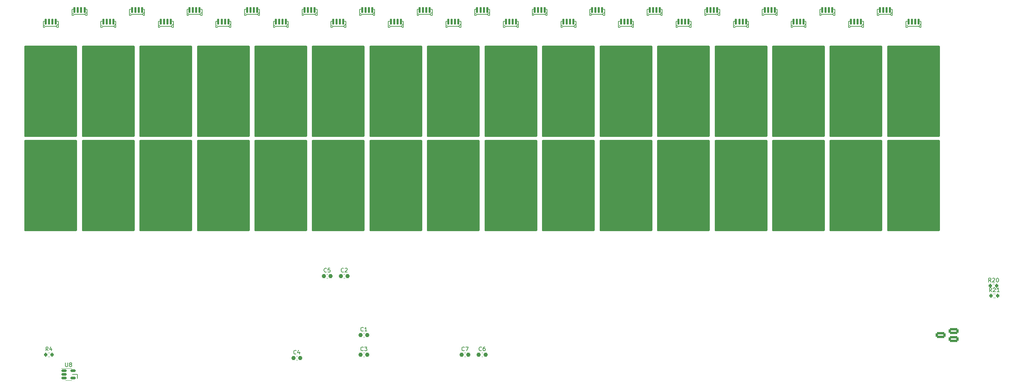
<source format=gto>
%TF.GenerationSoftware,KiCad,Pcbnew,(6.0.7)*%
%TF.CreationDate,2023-08-09T20:53:38+08:00*%
%TF.ProjectId,chu_main,6368755f-6d61-4696-9e2e-6b696361645f,rev?*%
%TF.SameCoordinates,Original*%
%TF.FileFunction,Legend,Top*%
%TF.FilePolarity,Positive*%
%FSLAX46Y46*%
G04 Gerber Fmt 4.6, Leading zero omitted, Abs format (unit mm)*
G04 Created by KiCad (PCBNEW (6.0.7)) date 2023-08-09 20:53:38*
%MOMM*%
%LPD*%
G01*
G04 APERTURE LIST*
G04 Aperture macros list*
%AMRoundRect*
0 Rectangle with rounded corners*
0 $1 Rounding radius*
0 $2 $3 $4 $5 $6 $7 $8 $9 X,Y pos of 4 corners*
0 Add a 4 corners polygon primitive as box body*
4,1,4,$2,$3,$4,$5,$6,$7,$8,$9,$2,$3,0*
0 Add four circle primitives for the rounded corners*
1,1,$1+$1,$2,$3*
1,1,$1+$1,$4,$5*
1,1,$1+$1,$6,$7*
1,1,$1+$1,$8,$9*
0 Add four rect primitives between the rounded corners*
20,1,$1+$1,$2,$3,$4,$5,0*
20,1,$1+$1,$4,$5,$6,$7,0*
20,1,$1+$1,$6,$7,$8,$9,0*
20,1,$1+$1,$8,$9,$2,$3,0*%
%AMHorizOval*
0 Thick line with rounded ends*
0 $1 width*
0 $2 $3 position (X,Y) of the first rounded end (center of the circle)*
0 $4 $5 position (X,Y) of the second rounded end (center of the circle)*
0 Add line between two ends*
20,1,$1,$2,$3,$4,$5,0*
0 Add two circle primitives to create the rounded ends*
1,1,$1,$2,$3*
1,1,$1,$4,$5*%
G04 Aperture macros list end*
%ADD10C,0.150000*%
%ADD11C,0.120000*%
%ADD12C,0.200000*%
%ADD13RoundRect,0.257692X6.442308X11.342308X-6.442308X11.342308X-6.442308X-11.342308X6.442308X-11.342308X0*%
%ADD14RoundRect,0.257692X-6.442308X-11.342308X6.442308X-11.342308X6.442308X11.342308X-6.442308X11.342308X0*%
%ADD15RoundRect,0.110000X0.110000X0.640000X-0.110000X0.640000X-0.110000X-0.640000X0.110000X-0.640000X0*%
%ADD16O,2.000000X2.000000*%
%ADD17RoundRect,0.200000X-0.200000X-0.275000X0.200000X-0.275000X0.200000X0.275000X-0.200000X0.275000X0*%
%ADD18RoundRect,0.237500X-0.300000X-0.237500X0.300000X-0.237500X0.300000X0.237500X-0.300000X0.237500X0*%
%ADD19C,3.200000*%
%ADD20RoundRect,0.150000X-0.512500X-0.150000X0.512500X-0.150000X0.512500X0.150000X-0.512500X0.150000X0*%
%ADD21O,1.700000X1.700000*%
%ADD22R,1.700000X1.700000*%
%ADD23C,0.650000*%
%ADD24HorizOval,1.000000X-0.516831X-0.188111X0.516831X0.188111X0*%
%ADD25HorizOval,1.000000X-0.281908X-0.102606X0.281908X0.102606X0*%
%ADD26RoundRect,0.300000X0.950000X-0.450000X0.950000X0.450000X-0.950000X0.450000X-0.950000X-0.450000X0*%
G04 APERTURE END LIST*
D10*
%TO.C,R20*%
X343353142Y-128606380D02*
X343019809Y-128130190D01*
X342781714Y-128606380D02*
X342781714Y-127606380D01*
X343162666Y-127606380D01*
X343257904Y-127654000D01*
X343305523Y-127701619D01*
X343353142Y-127796857D01*
X343353142Y-127939714D01*
X343305523Y-128034952D01*
X343257904Y-128082571D01*
X343162666Y-128130190D01*
X342781714Y-128130190D01*
X343734095Y-127701619D02*
X343781714Y-127654000D01*
X343876952Y-127606380D01*
X344115047Y-127606380D01*
X344210285Y-127654000D01*
X344257904Y-127701619D01*
X344305523Y-127796857D01*
X344305523Y-127892095D01*
X344257904Y-128034952D01*
X343686476Y-128606380D01*
X344305523Y-128606380D01*
X344924571Y-127606380D02*
X345019809Y-127606380D01*
X345115047Y-127654000D01*
X345162666Y-127701619D01*
X345210285Y-127796857D01*
X345257904Y-127987333D01*
X345257904Y-128225428D01*
X345210285Y-128415904D01*
X345162666Y-128511142D01*
X345115047Y-128558761D01*
X345019809Y-128606380D01*
X344924571Y-128606380D01*
X344829333Y-128558761D01*
X344781714Y-128511142D01*
X344734095Y-128415904D01*
X344686476Y-128225428D01*
X344686476Y-127987333D01*
X344734095Y-127796857D01*
X344781714Y-127701619D01*
X344829333Y-127654000D01*
X344924571Y-127606380D01*
%TO.C,R4*%
X104029333Y-146096380D02*
X103696000Y-145620190D01*
X103457904Y-146096380D02*
X103457904Y-145096380D01*
X103838857Y-145096380D01*
X103934095Y-145144000D01*
X103981714Y-145191619D01*
X104029333Y-145286857D01*
X104029333Y-145429714D01*
X103981714Y-145524952D01*
X103934095Y-145572571D01*
X103838857Y-145620190D01*
X103457904Y-145620190D01*
X104886476Y-145429714D02*
X104886476Y-146096380D01*
X104648380Y-145048761D02*
X104410285Y-145763047D01*
X105029333Y-145763047D01*
%TO.C,C2*%
X179029333Y-126001142D02*
X178981714Y-126048761D01*
X178838857Y-126096380D01*
X178743619Y-126096380D01*
X178600761Y-126048761D01*
X178505523Y-125953523D01*
X178457904Y-125858285D01*
X178410285Y-125667809D01*
X178410285Y-125524952D01*
X178457904Y-125334476D01*
X178505523Y-125239238D01*
X178600761Y-125144000D01*
X178743619Y-125096380D01*
X178838857Y-125096380D01*
X178981714Y-125144000D01*
X179029333Y-125191619D01*
X179410285Y-125191619D02*
X179457904Y-125144000D01*
X179553142Y-125096380D01*
X179791238Y-125096380D01*
X179886476Y-125144000D01*
X179934095Y-125191619D01*
X179981714Y-125286857D01*
X179981714Y-125382095D01*
X179934095Y-125524952D01*
X179362666Y-126096380D01*
X179981714Y-126096380D01*
%TO.C,C4*%
X166989333Y-146851142D02*
X166941714Y-146898761D01*
X166798857Y-146946380D01*
X166703619Y-146946380D01*
X166560761Y-146898761D01*
X166465523Y-146803523D01*
X166417904Y-146708285D01*
X166370285Y-146517809D01*
X166370285Y-146374952D01*
X166417904Y-146184476D01*
X166465523Y-146089238D01*
X166560761Y-145994000D01*
X166703619Y-145946380D01*
X166798857Y-145946380D01*
X166941714Y-145994000D01*
X166989333Y-146041619D01*
X167846476Y-146279714D02*
X167846476Y-146946380D01*
X167608380Y-145898761D02*
X167370285Y-146613047D01*
X167989333Y-146613047D01*
%TO.C,C3*%
X184029333Y-146001142D02*
X183981714Y-146048761D01*
X183838857Y-146096380D01*
X183743619Y-146096380D01*
X183600761Y-146048761D01*
X183505523Y-145953523D01*
X183457904Y-145858285D01*
X183410285Y-145667809D01*
X183410285Y-145524952D01*
X183457904Y-145334476D01*
X183505523Y-145239238D01*
X183600761Y-145144000D01*
X183743619Y-145096380D01*
X183838857Y-145096380D01*
X183981714Y-145144000D01*
X184029333Y-145191619D01*
X184362666Y-145096380D02*
X184981714Y-145096380D01*
X184648380Y-145477333D01*
X184791238Y-145477333D01*
X184886476Y-145524952D01*
X184934095Y-145572571D01*
X184981714Y-145667809D01*
X184981714Y-145905904D01*
X184934095Y-146001142D01*
X184886476Y-146048761D01*
X184791238Y-146096380D01*
X184505523Y-146096380D01*
X184410285Y-146048761D01*
X184362666Y-146001142D01*
%TO.C,R21*%
X343553142Y-131096380D02*
X343219809Y-130620190D01*
X342981714Y-131096380D02*
X342981714Y-130096380D01*
X343362666Y-130096380D01*
X343457904Y-130144000D01*
X343505523Y-130191619D01*
X343553142Y-130286857D01*
X343553142Y-130429714D01*
X343505523Y-130524952D01*
X343457904Y-130572571D01*
X343362666Y-130620190D01*
X342981714Y-130620190D01*
X343934095Y-130191619D02*
X343981714Y-130144000D01*
X344076952Y-130096380D01*
X344315047Y-130096380D01*
X344410285Y-130144000D01*
X344457904Y-130191619D01*
X344505523Y-130286857D01*
X344505523Y-130382095D01*
X344457904Y-130524952D01*
X343886476Y-131096380D01*
X344505523Y-131096380D01*
X345457904Y-131096380D02*
X344886476Y-131096380D01*
X345172190Y-131096380D02*
X345172190Y-130096380D01*
X345076952Y-130239238D01*
X344981714Y-130334476D01*
X344886476Y-130382095D01*
%TO.C,C6*%
X214029333Y-146001142D02*
X213981714Y-146048761D01*
X213838857Y-146096380D01*
X213743619Y-146096380D01*
X213600761Y-146048761D01*
X213505523Y-145953523D01*
X213457904Y-145858285D01*
X213410285Y-145667809D01*
X213410285Y-145524952D01*
X213457904Y-145334476D01*
X213505523Y-145239238D01*
X213600761Y-145144000D01*
X213743619Y-145096380D01*
X213838857Y-145096380D01*
X213981714Y-145144000D01*
X214029333Y-145191619D01*
X214886476Y-145096380D02*
X214696000Y-145096380D01*
X214600761Y-145144000D01*
X214553142Y-145191619D01*
X214457904Y-145334476D01*
X214410285Y-145524952D01*
X214410285Y-145905904D01*
X214457904Y-146001142D01*
X214505523Y-146048761D01*
X214600761Y-146096380D01*
X214791238Y-146096380D01*
X214886476Y-146048761D01*
X214934095Y-146001142D01*
X214981714Y-145905904D01*
X214981714Y-145667809D01*
X214934095Y-145572571D01*
X214886476Y-145524952D01*
X214791238Y-145477333D01*
X214600761Y-145477333D01*
X214505523Y-145524952D01*
X214457904Y-145572571D01*
X214410285Y-145667809D01*
%TO.C,C7*%
X209679333Y-146001142D02*
X209631714Y-146048761D01*
X209488857Y-146096380D01*
X209393619Y-146096380D01*
X209250761Y-146048761D01*
X209155523Y-145953523D01*
X209107904Y-145858285D01*
X209060285Y-145667809D01*
X209060285Y-145524952D01*
X209107904Y-145334476D01*
X209155523Y-145239238D01*
X209250761Y-145144000D01*
X209393619Y-145096380D01*
X209488857Y-145096380D01*
X209631714Y-145144000D01*
X209679333Y-145191619D01*
X210012666Y-145096380D02*
X210679333Y-145096380D01*
X210250761Y-146096380D01*
%TO.C,C1*%
X184029333Y-141001142D02*
X183981714Y-141048761D01*
X183838857Y-141096380D01*
X183743619Y-141096380D01*
X183600761Y-141048761D01*
X183505523Y-140953523D01*
X183457904Y-140858285D01*
X183410285Y-140667809D01*
X183410285Y-140524952D01*
X183457904Y-140334476D01*
X183505523Y-140239238D01*
X183600761Y-140144000D01*
X183743619Y-140096380D01*
X183838857Y-140096380D01*
X183981714Y-140144000D01*
X184029333Y-140191619D01*
X184981714Y-141096380D02*
X184410285Y-141096380D01*
X184696000Y-141096380D02*
X184696000Y-140096380D01*
X184600761Y-140239238D01*
X184505523Y-140334476D01*
X184410285Y-140382095D01*
%TO.C,U8*%
X108434095Y-149126380D02*
X108434095Y-149935904D01*
X108481714Y-150031142D01*
X108529333Y-150078761D01*
X108624571Y-150126380D01*
X108815047Y-150126380D01*
X108910285Y-150078761D01*
X108957904Y-150031142D01*
X109005523Y-149935904D01*
X109005523Y-149126380D01*
X109624571Y-149554952D02*
X109529333Y-149507333D01*
X109481714Y-149459714D01*
X109434095Y-149364476D01*
X109434095Y-149316857D01*
X109481714Y-149221619D01*
X109529333Y-149174000D01*
X109624571Y-149126380D01*
X109815047Y-149126380D01*
X109910285Y-149174000D01*
X109957904Y-149221619D01*
X110005523Y-149316857D01*
X110005523Y-149364476D01*
X109957904Y-149459714D01*
X109910285Y-149507333D01*
X109815047Y-149554952D01*
X109624571Y-149554952D01*
X109529333Y-149602571D01*
X109481714Y-149650190D01*
X109434095Y-149745428D01*
X109434095Y-149935904D01*
X109481714Y-150031142D01*
X109529333Y-150078761D01*
X109624571Y-150126380D01*
X109815047Y-150126380D01*
X109910285Y-150078761D01*
X109957904Y-150031142D01*
X110005523Y-149935904D01*
X110005523Y-149745428D01*
X109957904Y-149650190D01*
X109910285Y-149602571D01*
X109815047Y-149554952D01*
%TO.C,C5*%
X174679333Y-126001142D02*
X174631714Y-126048761D01*
X174488857Y-126096380D01*
X174393619Y-126096380D01*
X174250761Y-126048761D01*
X174155523Y-125953523D01*
X174107904Y-125858285D01*
X174060285Y-125667809D01*
X174060285Y-125524952D01*
X174107904Y-125334476D01*
X174155523Y-125239238D01*
X174250761Y-125144000D01*
X174393619Y-125096380D01*
X174488857Y-125096380D01*
X174631714Y-125144000D01*
X174679333Y-125191619D01*
X175584095Y-125096380D02*
X175107904Y-125096380D01*
X175060285Y-125572571D01*
X175107904Y-125524952D01*
X175203142Y-125477333D01*
X175441238Y-125477333D01*
X175536476Y-125524952D01*
X175584095Y-125572571D01*
X175631714Y-125667809D01*
X175631714Y-125905904D01*
X175584095Y-126001142D01*
X175536476Y-126048761D01*
X175441238Y-126096380D01*
X175203142Y-126096380D01*
X175107904Y-126048761D01*
X175060285Y-126001142D01*
%TO.C,D29*%
X307560152Y-63397504D02*
G75*
G03*
X307560152Y-63397504I-75000J0D01*
G01*
X310446000Y-63574000D02*
X307746000Y-63574000D01*
X307196000Y-62324000D02*
X307496000Y-62324000D01*
X307196000Y-63824000D02*
X307496000Y-63824000D01*
X310446000Y-63574000D02*
X310996000Y-63024000D01*
X310696000Y-63824000D02*
X310446000Y-63574000D01*
X307496000Y-63824000D02*
X307746000Y-63574000D01*
X307196000Y-63824000D02*
X307196000Y-62324000D01*
X310996000Y-62324000D02*
X310996000Y-63824000D01*
X310996000Y-62324000D02*
X310696000Y-62324000D01*
X310996000Y-63824000D02*
X310696000Y-63824000D01*
%TO.C,D13*%
X190760152Y-63397504D02*
G75*
G03*
X190760152Y-63397504I-75000J0D01*
G01*
X193646000Y-63574000D02*
X190946000Y-63574000D01*
X190396000Y-62324000D02*
X190696000Y-62324000D01*
X190396000Y-63824000D02*
X190696000Y-63824000D01*
X193646000Y-63574000D02*
X194196000Y-63024000D01*
X193896000Y-63824000D02*
X193646000Y-63574000D01*
X190696000Y-63824000D02*
X190946000Y-63574000D01*
X190396000Y-63824000D02*
X190396000Y-62324000D01*
X194196000Y-62324000D02*
X194196000Y-63824000D01*
X194196000Y-62324000D02*
X193896000Y-62324000D01*
X194196000Y-63824000D02*
X193896000Y-63824000D01*
D11*
%TO.C,R20*%
X343758742Y-129061500D02*
X344233258Y-129061500D01*
X343758742Y-130106500D02*
X344233258Y-130106500D01*
D10*
%TO.C,D22*%
X256460152Y-60397504D02*
G75*
G03*
X256460152Y-60397504I-75000J0D01*
G01*
X259346000Y-60574000D02*
X256646000Y-60574000D01*
X256096000Y-59324000D02*
X256396000Y-59324000D01*
X256096000Y-60824000D02*
X256396000Y-60824000D01*
X259346000Y-60574000D02*
X259896000Y-60024000D01*
X259596000Y-60824000D02*
X259346000Y-60574000D01*
X256396000Y-60824000D02*
X256646000Y-60574000D01*
X256096000Y-60824000D02*
X256096000Y-59324000D01*
X259896000Y-59324000D02*
X259896000Y-60824000D01*
X259896000Y-59324000D02*
X259596000Y-59324000D01*
X259896000Y-60824000D02*
X259596000Y-60824000D01*
%TO.C,D1*%
X103160152Y-63397504D02*
G75*
G03*
X103160152Y-63397504I-75000J0D01*
G01*
X106046000Y-63574000D02*
X103346000Y-63574000D01*
X102796000Y-62324000D02*
X103096000Y-62324000D01*
X102796000Y-63824000D02*
X103096000Y-63824000D01*
X106046000Y-63574000D02*
X106596000Y-63024000D01*
X106296000Y-63824000D02*
X106046000Y-63574000D01*
X103096000Y-63824000D02*
X103346000Y-63574000D01*
X102796000Y-63824000D02*
X102796000Y-62324000D01*
X106596000Y-62324000D02*
X106596000Y-63824000D01*
X106596000Y-62324000D02*
X106296000Y-62324000D01*
X106596000Y-63824000D02*
X106296000Y-63824000D01*
%TO.C,D25*%
X278360152Y-63397504D02*
G75*
G03*
X278360152Y-63397504I-75000J0D01*
G01*
X281246000Y-63574000D02*
X278546000Y-63574000D01*
X277996000Y-62324000D02*
X278296000Y-62324000D01*
X277996000Y-63824000D02*
X278296000Y-63824000D01*
X281246000Y-63574000D02*
X281796000Y-63024000D01*
X281496000Y-63824000D02*
X281246000Y-63574000D01*
X278296000Y-63824000D02*
X278546000Y-63574000D01*
X277996000Y-63824000D02*
X277996000Y-62324000D01*
X281796000Y-62324000D02*
X281796000Y-63824000D01*
X281796000Y-62324000D02*
X281496000Y-62324000D01*
X281796000Y-63824000D02*
X281496000Y-63824000D01*
%TO.C,D26*%
X285660152Y-60397504D02*
G75*
G03*
X285660152Y-60397504I-75000J0D01*
G01*
X288546000Y-60574000D02*
X285846000Y-60574000D01*
X285296000Y-59324000D02*
X285596000Y-59324000D01*
X285296000Y-60824000D02*
X285596000Y-60824000D01*
X288546000Y-60574000D02*
X289096000Y-60024000D01*
X288796000Y-60824000D02*
X288546000Y-60574000D01*
X285596000Y-60824000D02*
X285846000Y-60574000D01*
X285296000Y-60824000D02*
X285296000Y-59324000D01*
X289096000Y-59324000D02*
X289096000Y-60824000D01*
X289096000Y-59324000D02*
X288796000Y-59324000D01*
X289096000Y-60824000D02*
X288796000Y-60824000D01*
%TO.C,D2*%
X110460152Y-60397504D02*
G75*
G03*
X110460152Y-60397504I-75000J0D01*
G01*
X113346000Y-60574000D02*
X110646000Y-60574000D01*
X110096000Y-59324000D02*
X110396000Y-59324000D01*
X110096000Y-60824000D02*
X110396000Y-60824000D01*
X113346000Y-60574000D02*
X113896000Y-60024000D01*
X113596000Y-60824000D02*
X113346000Y-60574000D01*
X110396000Y-60824000D02*
X110646000Y-60574000D01*
X110096000Y-60824000D02*
X110096000Y-59324000D01*
X113896000Y-59324000D02*
X113896000Y-60824000D01*
X113896000Y-59324000D02*
X113596000Y-59324000D01*
X113896000Y-60824000D02*
X113596000Y-60824000D01*
%TO.C,D14*%
X198060152Y-60397504D02*
G75*
G03*
X198060152Y-60397504I-75000J0D01*
G01*
X200946000Y-60574000D02*
X198246000Y-60574000D01*
X197696000Y-59324000D02*
X197996000Y-59324000D01*
X197696000Y-60824000D02*
X197996000Y-60824000D01*
X200946000Y-60574000D02*
X201496000Y-60024000D01*
X201196000Y-60824000D02*
X200946000Y-60574000D01*
X197996000Y-60824000D02*
X198246000Y-60574000D01*
X197696000Y-60824000D02*
X197696000Y-59324000D01*
X201496000Y-59324000D02*
X201496000Y-60824000D01*
X201496000Y-59324000D02*
X201196000Y-59324000D01*
X201496000Y-60824000D02*
X201196000Y-60824000D01*
D11*
%TO.C,R4*%
X103958742Y-146551500D02*
X104433258Y-146551500D01*
X103958742Y-147596500D02*
X104433258Y-147596500D01*
D10*
%TO.C,D24*%
X271060152Y-60397504D02*
G75*
G03*
X271060152Y-60397504I-75000J0D01*
G01*
X273946000Y-60574000D02*
X271246000Y-60574000D01*
X270696000Y-59324000D02*
X270996000Y-59324000D01*
X270696000Y-60824000D02*
X270996000Y-60824000D01*
X273946000Y-60574000D02*
X274496000Y-60024000D01*
X274196000Y-60824000D02*
X273946000Y-60574000D01*
X270996000Y-60824000D02*
X271246000Y-60574000D01*
X270696000Y-60824000D02*
X270696000Y-59324000D01*
X274496000Y-59324000D02*
X274496000Y-60824000D01*
X274496000Y-59324000D02*
X274196000Y-59324000D01*
X274496000Y-60824000D02*
X274196000Y-60824000D01*
D11*
%TO.C,C2*%
X179049733Y-127584000D02*
X179342267Y-127584000D01*
X179049733Y-126564000D02*
X179342267Y-126564000D01*
D10*
%TO.C,D15*%
X205360152Y-63397504D02*
G75*
G03*
X205360152Y-63397504I-75000J0D01*
G01*
X208246000Y-63574000D02*
X205546000Y-63574000D01*
X204996000Y-62324000D02*
X205296000Y-62324000D01*
X204996000Y-63824000D02*
X205296000Y-63824000D01*
X208246000Y-63574000D02*
X208796000Y-63024000D01*
X208496000Y-63824000D02*
X208246000Y-63574000D01*
X205296000Y-63824000D02*
X205546000Y-63574000D01*
X204996000Y-63824000D02*
X204996000Y-62324000D01*
X208796000Y-62324000D02*
X208796000Y-63824000D01*
X208796000Y-62324000D02*
X208496000Y-62324000D01*
X208796000Y-63824000D02*
X208496000Y-63824000D01*
%TO.C,D9*%
X161560152Y-63397504D02*
G75*
G03*
X161560152Y-63397504I-75000J0D01*
G01*
X164446000Y-63574000D02*
X161746000Y-63574000D01*
X161196000Y-62324000D02*
X161496000Y-62324000D01*
X161196000Y-63824000D02*
X161496000Y-63824000D01*
X164446000Y-63574000D02*
X164996000Y-63024000D01*
X164696000Y-63824000D02*
X164446000Y-63574000D01*
X161496000Y-63824000D02*
X161746000Y-63574000D01*
X161196000Y-63824000D02*
X161196000Y-62324000D01*
X164996000Y-62324000D02*
X164996000Y-63824000D01*
X164996000Y-62324000D02*
X164696000Y-62324000D01*
X164996000Y-63824000D02*
X164696000Y-63824000D01*
%TO.C,D19*%
X234560152Y-63397504D02*
G75*
G03*
X234560152Y-63397504I-75000J0D01*
G01*
X237446000Y-63574000D02*
X234746000Y-63574000D01*
X234196000Y-62324000D02*
X234496000Y-62324000D01*
X234196000Y-63824000D02*
X234496000Y-63824000D01*
X237446000Y-63574000D02*
X237996000Y-63024000D01*
X237696000Y-63824000D02*
X237446000Y-63574000D01*
X234496000Y-63824000D02*
X234746000Y-63574000D01*
X234196000Y-63824000D02*
X234196000Y-62324000D01*
X237996000Y-62324000D02*
X237996000Y-63824000D01*
X237996000Y-62324000D02*
X237696000Y-62324000D01*
X237996000Y-63824000D02*
X237696000Y-63824000D01*
%TO.C,D4*%
X125060152Y-60397504D02*
G75*
G03*
X125060152Y-60397504I-75000J0D01*
G01*
X127946000Y-60574000D02*
X125246000Y-60574000D01*
X124696000Y-59324000D02*
X124996000Y-59324000D01*
X124696000Y-60824000D02*
X124996000Y-60824000D01*
X127946000Y-60574000D02*
X128496000Y-60024000D01*
X128196000Y-60824000D02*
X127946000Y-60574000D01*
X124996000Y-60824000D02*
X125246000Y-60574000D01*
X124696000Y-60824000D02*
X124696000Y-59324000D01*
X128496000Y-59324000D02*
X128496000Y-60824000D01*
X128496000Y-59324000D02*
X128196000Y-59324000D01*
X128496000Y-60824000D02*
X128196000Y-60824000D01*
%TO.C,D7*%
X146960152Y-63397504D02*
G75*
G03*
X146960152Y-63397504I-75000J0D01*
G01*
X149846000Y-63574000D02*
X147146000Y-63574000D01*
X146596000Y-62324000D02*
X146896000Y-62324000D01*
X146596000Y-63824000D02*
X146896000Y-63824000D01*
X149846000Y-63574000D02*
X150396000Y-63024000D01*
X150096000Y-63824000D02*
X149846000Y-63574000D01*
X146896000Y-63824000D02*
X147146000Y-63574000D01*
X146596000Y-63824000D02*
X146596000Y-62324000D01*
X150396000Y-62324000D02*
X150396000Y-63824000D01*
X150396000Y-62324000D02*
X150096000Y-62324000D01*
X150396000Y-63824000D02*
X150096000Y-63824000D01*
D11*
%TO.C,C4*%
X167009733Y-148434000D02*
X167302267Y-148434000D01*
X167009733Y-147414000D02*
X167302267Y-147414000D01*
D10*
%TO.C,D18*%
X227260152Y-60397504D02*
G75*
G03*
X227260152Y-60397504I-75000J0D01*
G01*
X230146000Y-60574000D02*
X227446000Y-60574000D01*
X226896000Y-59324000D02*
X227196000Y-59324000D01*
X226896000Y-60824000D02*
X227196000Y-60824000D01*
X230146000Y-60574000D02*
X230696000Y-60024000D01*
X230396000Y-60824000D02*
X230146000Y-60574000D01*
X227196000Y-60824000D02*
X227446000Y-60574000D01*
X226896000Y-60824000D02*
X226896000Y-59324000D01*
X230696000Y-59324000D02*
X230696000Y-60824000D01*
X230696000Y-59324000D02*
X230396000Y-59324000D01*
X230696000Y-60824000D02*
X230396000Y-60824000D01*
%TO.C,D20*%
X241860152Y-60397504D02*
G75*
G03*
X241860152Y-60397504I-75000J0D01*
G01*
X244746000Y-60574000D02*
X242046000Y-60574000D01*
X241496000Y-59324000D02*
X241796000Y-59324000D01*
X241496000Y-60824000D02*
X241796000Y-60824000D01*
X244746000Y-60574000D02*
X245296000Y-60024000D01*
X244996000Y-60824000D02*
X244746000Y-60574000D01*
X241796000Y-60824000D02*
X242046000Y-60574000D01*
X241496000Y-60824000D02*
X241496000Y-59324000D01*
X245296000Y-59324000D02*
X245296000Y-60824000D01*
X245296000Y-59324000D02*
X244996000Y-59324000D01*
X245296000Y-60824000D02*
X244996000Y-60824000D01*
%TO.C,D8*%
X154260152Y-60397504D02*
G75*
G03*
X154260152Y-60397504I-75000J0D01*
G01*
X157146000Y-60574000D02*
X154446000Y-60574000D01*
X153896000Y-59324000D02*
X154196000Y-59324000D01*
X153896000Y-60824000D02*
X154196000Y-60824000D01*
X157146000Y-60574000D02*
X157696000Y-60024000D01*
X157396000Y-60824000D02*
X157146000Y-60574000D01*
X154196000Y-60824000D02*
X154446000Y-60574000D01*
X153896000Y-60824000D02*
X153896000Y-59324000D01*
X157696000Y-59324000D02*
X157696000Y-60824000D01*
X157696000Y-59324000D02*
X157396000Y-59324000D01*
X157696000Y-60824000D02*
X157396000Y-60824000D01*
D11*
%TO.C,C3*%
X184049733Y-147584000D02*
X184342267Y-147584000D01*
X184049733Y-146564000D02*
X184342267Y-146564000D01*
%TO.C,R21*%
X343958742Y-131551500D02*
X344433258Y-131551500D01*
X343958742Y-132596500D02*
X344433258Y-132596500D01*
D10*
%TO.C,D28*%
X300260152Y-60397504D02*
G75*
G03*
X300260152Y-60397504I-75000J0D01*
G01*
X303146000Y-60574000D02*
X300446000Y-60574000D01*
X299896000Y-59324000D02*
X300196000Y-59324000D01*
X299896000Y-60824000D02*
X300196000Y-60824000D01*
X303146000Y-60574000D02*
X303696000Y-60024000D01*
X303396000Y-60824000D02*
X303146000Y-60574000D01*
X300196000Y-60824000D02*
X300446000Y-60574000D01*
X299896000Y-60824000D02*
X299896000Y-59324000D01*
X303696000Y-59324000D02*
X303696000Y-60824000D01*
X303696000Y-59324000D02*
X303396000Y-59324000D01*
X303696000Y-60824000D02*
X303396000Y-60824000D01*
%TO.C,D16*%
X212660152Y-60397504D02*
G75*
G03*
X212660152Y-60397504I-75000J0D01*
G01*
X215546000Y-60574000D02*
X212846000Y-60574000D01*
X212296000Y-59324000D02*
X212596000Y-59324000D01*
X212296000Y-60824000D02*
X212596000Y-60824000D01*
X215546000Y-60574000D02*
X216096000Y-60024000D01*
X215796000Y-60824000D02*
X215546000Y-60574000D01*
X212596000Y-60824000D02*
X212846000Y-60574000D01*
X212296000Y-60824000D02*
X212296000Y-59324000D01*
X216096000Y-59324000D02*
X216096000Y-60824000D01*
X216096000Y-59324000D02*
X215796000Y-59324000D01*
X216096000Y-60824000D02*
X215796000Y-60824000D01*
D11*
%TO.C,C6*%
X214049733Y-147584000D02*
X214342267Y-147584000D01*
X214049733Y-146564000D02*
X214342267Y-146564000D01*
D10*
%TO.C,D5*%
X132360152Y-63397504D02*
G75*
G03*
X132360152Y-63397504I-75000J0D01*
G01*
X135246000Y-63574000D02*
X132546000Y-63574000D01*
X131996000Y-62324000D02*
X132296000Y-62324000D01*
X131996000Y-63824000D02*
X132296000Y-63824000D01*
X135246000Y-63574000D02*
X135796000Y-63024000D01*
X135496000Y-63824000D02*
X135246000Y-63574000D01*
X132296000Y-63824000D02*
X132546000Y-63574000D01*
X131996000Y-63824000D02*
X131996000Y-62324000D01*
X135796000Y-62324000D02*
X135796000Y-63824000D01*
X135796000Y-62324000D02*
X135496000Y-62324000D01*
X135796000Y-63824000D02*
X135496000Y-63824000D01*
%TO.C,D12*%
X183460152Y-60397504D02*
G75*
G03*
X183460152Y-60397504I-75000J0D01*
G01*
X186346000Y-60574000D02*
X183646000Y-60574000D01*
X183096000Y-59324000D02*
X183396000Y-59324000D01*
X183096000Y-60824000D02*
X183396000Y-60824000D01*
X186346000Y-60574000D02*
X186896000Y-60024000D01*
X186596000Y-60824000D02*
X186346000Y-60574000D01*
X183396000Y-60824000D02*
X183646000Y-60574000D01*
X183096000Y-60824000D02*
X183096000Y-59324000D01*
X186896000Y-59324000D02*
X186896000Y-60824000D01*
X186896000Y-59324000D02*
X186596000Y-59324000D01*
X186896000Y-60824000D02*
X186596000Y-60824000D01*
%TO.C,D10*%
X168860152Y-60397504D02*
G75*
G03*
X168860152Y-60397504I-75000J0D01*
G01*
X171746000Y-60574000D02*
X169046000Y-60574000D01*
X168496000Y-59324000D02*
X168796000Y-59324000D01*
X168496000Y-60824000D02*
X168796000Y-60824000D01*
X171746000Y-60574000D02*
X172296000Y-60024000D01*
X171996000Y-60824000D02*
X171746000Y-60574000D01*
X168796000Y-60824000D02*
X169046000Y-60574000D01*
X168496000Y-60824000D02*
X168496000Y-59324000D01*
X172296000Y-59324000D02*
X172296000Y-60824000D01*
X172296000Y-59324000D02*
X171996000Y-59324000D01*
X172296000Y-60824000D02*
X171996000Y-60824000D01*
%TO.C,D31*%
X322160152Y-63397504D02*
G75*
G03*
X322160152Y-63397504I-75000J0D01*
G01*
X325046000Y-63574000D02*
X322346000Y-63574000D01*
X321796000Y-62324000D02*
X322096000Y-62324000D01*
X321796000Y-63824000D02*
X322096000Y-63824000D01*
X325046000Y-63574000D02*
X325596000Y-63024000D01*
X325296000Y-63824000D02*
X325046000Y-63574000D01*
X322096000Y-63824000D02*
X322346000Y-63574000D01*
X321796000Y-63824000D02*
X321796000Y-62324000D01*
X325596000Y-62324000D02*
X325596000Y-63824000D01*
X325596000Y-62324000D02*
X325296000Y-62324000D01*
X325596000Y-63824000D02*
X325296000Y-63824000D01*
%TO.C,D21*%
X249160152Y-63397504D02*
G75*
G03*
X249160152Y-63397504I-75000J0D01*
G01*
X252046000Y-63574000D02*
X249346000Y-63574000D01*
X248796000Y-62324000D02*
X249096000Y-62324000D01*
X248796000Y-63824000D02*
X249096000Y-63824000D01*
X252046000Y-63574000D02*
X252596000Y-63024000D01*
X252296000Y-63824000D02*
X252046000Y-63574000D01*
X249096000Y-63824000D02*
X249346000Y-63574000D01*
X248796000Y-63824000D02*
X248796000Y-62324000D01*
X252596000Y-62324000D02*
X252596000Y-63824000D01*
X252596000Y-62324000D02*
X252296000Y-62324000D01*
X252596000Y-63824000D02*
X252296000Y-63824000D01*
%TO.C,D11*%
X176160152Y-63397504D02*
G75*
G03*
X176160152Y-63397504I-75000J0D01*
G01*
X179046000Y-63574000D02*
X176346000Y-63574000D01*
X175796000Y-62324000D02*
X176096000Y-62324000D01*
X175796000Y-63824000D02*
X176096000Y-63824000D01*
X179046000Y-63574000D02*
X179596000Y-63024000D01*
X179296000Y-63824000D02*
X179046000Y-63574000D01*
X176096000Y-63824000D02*
X176346000Y-63574000D01*
X175796000Y-63824000D02*
X175796000Y-62324000D01*
X179596000Y-62324000D02*
X179596000Y-63824000D01*
X179596000Y-62324000D02*
X179296000Y-62324000D01*
X179596000Y-63824000D02*
X179296000Y-63824000D01*
D11*
%TO.C,C7*%
X209699733Y-147584000D02*
X209992267Y-147584000D01*
X209699733Y-146564000D02*
X209992267Y-146564000D01*
D10*
%TO.C,D6*%
X139660152Y-60397504D02*
G75*
G03*
X139660152Y-60397504I-75000J0D01*
G01*
X142546000Y-60574000D02*
X139846000Y-60574000D01*
X139296000Y-59324000D02*
X139596000Y-59324000D01*
X139296000Y-60824000D02*
X139596000Y-60824000D01*
X142546000Y-60574000D02*
X143096000Y-60024000D01*
X142796000Y-60824000D02*
X142546000Y-60574000D01*
X139596000Y-60824000D02*
X139846000Y-60574000D01*
X139296000Y-60824000D02*
X139296000Y-59324000D01*
X143096000Y-59324000D02*
X143096000Y-60824000D01*
X143096000Y-59324000D02*
X142796000Y-59324000D01*
X143096000Y-60824000D02*
X142796000Y-60824000D01*
%TO.C,D23*%
X263760152Y-63397504D02*
G75*
G03*
X263760152Y-63397504I-75000J0D01*
G01*
X266646000Y-63574000D02*
X263946000Y-63574000D01*
X263396000Y-62324000D02*
X263696000Y-62324000D01*
X263396000Y-63824000D02*
X263696000Y-63824000D01*
X266646000Y-63574000D02*
X267196000Y-63024000D01*
X266896000Y-63824000D02*
X266646000Y-63574000D01*
X263696000Y-63824000D02*
X263946000Y-63574000D01*
X263396000Y-63824000D02*
X263396000Y-62324000D01*
X267196000Y-62324000D02*
X267196000Y-63824000D01*
X267196000Y-62324000D02*
X266896000Y-62324000D01*
X267196000Y-63824000D02*
X266896000Y-63824000D01*
%TO.C,D27*%
X292960152Y-63397504D02*
G75*
G03*
X292960152Y-63397504I-75000J0D01*
G01*
X295846000Y-63574000D02*
X293146000Y-63574000D01*
X292596000Y-62324000D02*
X292896000Y-62324000D01*
X292596000Y-63824000D02*
X292896000Y-63824000D01*
X295846000Y-63574000D02*
X296396000Y-63024000D01*
X296096000Y-63824000D02*
X295846000Y-63574000D01*
X292896000Y-63824000D02*
X293146000Y-63574000D01*
X292596000Y-63824000D02*
X292596000Y-62324000D01*
X296396000Y-62324000D02*
X296396000Y-63824000D01*
X296396000Y-62324000D02*
X296096000Y-62324000D01*
X296396000Y-63824000D02*
X296096000Y-63824000D01*
%TO.C,D3*%
X117760152Y-63397504D02*
G75*
G03*
X117760152Y-63397504I-75000J0D01*
G01*
X120646000Y-63574000D02*
X117946000Y-63574000D01*
X117396000Y-62324000D02*
X117696000Y-62324000D01*
X117396000Y-63824000D02*
X117696000Y-63824000D01*
X120646000Y-63574000D02*
X121196000Y-63024000D01*
X120896000Y-63824000D02*
X120646000Y-63574000D01*
X117696000Y-63824000D02*
X117946000Y-63574000D01*
X117396000Y-63824000D02*
X117396000Y-62324000D01*
X121196000Y-62324000D02*
X121196000Y-63824000D01*
X121196000Y-62324000D02*
X120896000Y-62324000D01*
X121196000Y-63824000D02*
X120896000Y-63824000D01*
D11*
%TO.C,C1*%
X184049733Y-142584000D02*
X184342267Y-142584000D01*
X184049733Y-141564000D02*
X184342267Y-141564000D01*
%TO.C,U8*%
X109196000Y-153634000D02*
X109996000Y-153634000D01*
X109196000Y-150514000D02*
X109996000Y-150514000D01*
D12*
X110196000Y-152074000D02*
X111446000Y-152074000D01*
X111446000Y-153074000D02*
X111446000Y-152074000D01*
D11*
X109196000Y-150514000D02*
X107396000Y-150514000D01*
X109196000Y-153634000D02*
X108396000Y-153634000D01*
%TO.C,C5*%
X174699733Y-127584000D02*
X174992267Y-127584000D01*
X174699733Y-126564000D02*
X174992267Y-126564000D01*
D10*
%TO.C,D17*%
X219960152Y-63397504D02*
G75*
G03*
X219960152Y-63397504I-75000J0D01*
G01*
X222846000Y-63574000D02*
X220146000Y-63574000D01*
X219596000Y-62324000D02*
X219896000Y-62324000D01*
X219596000Y-63824000D02*
X219896000Y-63824000D01*
X222846000Y-63574000D02*
X223396000Y-63024000D01*
X223096000Y-63824000D02*
X222846000Y-63574000D01*
X219896000Y-63824000D02*
X220146000Y-63574000D01*
X219596000Y-63824000D02*
X219596000Y-62324000D01*
X223396000Y-62324000D02*
X223396000Y-63824000D01*
X223396000Y-62324000D02*
X223096000Y-62324000D01*
X223396000Y-63824000D02*
X223096000Y-63824000D01*
%TO.C,D30*%
X314860152Y-60397504D02*
G75*
G03*
X314860152Y-60397504I-75000J0D01*
G01*
X317746000Y-60574000D02*
X315046000Y-60574000D01*
X314496000Y-59324000D02*
X314796000Y-59324000D01*
X314496000Y-60824000D02*
X314796000Y-60824000D01*
X317746000Y-60574000D02*
X318296000Y-60024000D01*
X317996000Y-60824000D02*
X317746000Y-60574000D01*
X314796000Y-60824000D02*
X315046000Y-60574000D01*
X314496000Y-60824000D02*
X314496000Y-59324000D01*
X318296000Y-59324000D02*
X318296000Y-60824000D01*
X318296000Y-59324000D02*
X317996000Y-59324000D01*
X318296000Y-60824000D02*
X317996000Y-60824000D01*
%TD*%
D13*
%TO.C,K32*%
X323696000Y-104074000D03*
%TD*%
%TO.C,K10*%
X163096000Y-104074000D03*
%TD*%
D14*
%TO.C,K3*%
X119296000Y-80074000D03*
%TD*%
%TO.C,K23*%
X265296000Y-80074000D03*
%TD*%
%TO.C,K13*%
X192296000Y-80074000D03*
%TD*%
%TO.C,K1*%
X104696000Y-80074000D03*
%TD*%
D13*
%TO.C,K8*%
X148496000Y-104074000D03*
%TD*%
%TO.C,K2*%
X104696000Y-104074000D03*
%TD*%
D14*
%TO.C,K9*%
X163096000Y-80074000D03*
%TD*%
%TO.C,K25*%
X279896000Y-80074000D03*
%TD*%
D13*
%TO.C,K30*%
X309096000Y-104074000D03*
%TD*%
D14*
%TO.C,K21*%
X250696000Y-80074000D03*
%TD*%
D13*
%TO.C,K4*%
X119296000Y-104074000D03*
%TD*%
D14*
%TO.C,K7*%
X148496000Y-80074000D03*
%TD*%
D13*
%TO.C,K16*%
X206896000Y-104074000D03*
%TD*%
%TO.C,K24*%
X265296000Y-104074000D03*
%TD*%
%TO.C,K18*%
X221496000Y-104074000D03*
%TD*%
%TO.C,K6*%
X133896000Y-104074000D03*
%TD*%
D14*
%TO.C,K15*%
X206896000Y-80074000D03*
%TD*%
D13*
%TO.C,K20*%
X236096000Y-104074000D03*
%TD*%
%TO.C,K22*%
X250696000Y-104074000D03*
%TD*%
D14*
%TO.C,K5*%
X133896000Y-80074000D03*
%TD*%
D13*
%TO.C,K26*%
X279896000Y-104074000D03*
%TD*%
D14*
%TO.C,K19*%
X236096000Y-80074000D03*
%TD*%
D13*
%TO.C,K28*%
X294496000Y-104074000D03*
%TD*%
D14*
%TO.C,K31*%
X323696000Y-80074000D03*
%TD*%
D13*
%TO.C,K14*%
X192296000Y-104074000D03*
%TD*%
D14*
%TO.C,K11*%
X177696000Y-80074000D03*
%TD*%
%TO.C,K29*%
X309096000Y-80074000D03*
%TD*%
D13*
%TO.C,K12*%
X177696000Y-104074000D03*
%TD*%
D14*
%TO.C,K27*%
X294496000Y-80074000D03*
%TD*%
%TO.C,K17*%
X221496000Y-80074000D03*
%TD*%
%LPC*%
D15*
%TO.C,D29*%
X310371000Y-62424000D03*
X309521000Y-62424000D03*
X308671000Y-62424000D03*
X307821000Y-62424000D03*
%TD*%
D16*
%TO.C,K32*%
X320296000Y-119074000D03*
X327096000Y-119074000D03*
%TD*%
D15*
%TO.C,D13*%
X193571000Y-62424000D03*
X192721000Y-62424000D03*
X191871000Y-62424000D03*
X191021000Y-62424000D03*
%TD*%
D17*
%TO.C,R20*%
X344821000Y-129584000D03*
X343171000Y-129584000D03*
%TD*%
D15*
%TO.C,D22*%
X259271000Y-59424000D03*
X258421000Y-59424000D03*
X257571000Y-59424000D03*
X256721000Y-59424000D03*
%TD*%
%TO.C,D1*%
X105971000Y-62424000D03*
X105121000Y-62424000D03*
X104271000Y-62424000D03*
X103421000Y-62424000D03*
%TD*%
D16*
%TO.C,K10*%
X159696000Y-119074000D03*
X166496000Y-119074000D03*
%TD*%
D15*
%TO.C,D25*%
X281171000Y-62424000D03*
X280321000Y-62424000D03*
X279471000Y-62424000D03*
X278621000Y-62424000D03*
%TD*%
%TO.C,D26*%
X288471000Y-59424000D03*
X287621000Y-59424000D03*
X286771000Y-59424000D03*
X285921000Y-59424000D03*
%TD*%
%TO.C,D2*%
X113271000Y-59424000D03*
X112421000Y-59424000D03*
X111571000Y-59424000D03*
X110721000Y-59424000D03*
%TD*%
%TO.C,D14*%
X200871000Y-59424000D03*
X200021000Y-59424000D03*
X199171000Y-59424000D03*
X198321000Y-59424000D03*
%TD*%
D17*
%TO.C,R4*%
X105021000Y-147074000D03*
X103371000Y-147074000D03*
%TD*%
D15*
%TO.C,D24*%
X273871000Y-59424000D03*
X273021000Y-59424000D03*
X272171000Y-59424000D03*
X271321000Y-59424000D03*
%TD*%
D18*
%TO.C,C2*%
X180058500Y-127074000D03*
X178333500Y-127074000D03*
%TD*%
D16*
%TO.C,K8*%
X145096000Y-119074000D03*
X151896000Y-119074000D03*
%TD*%
D15*
%TO.C,D15*%
X208171000Y-62424000D03*
X207321000Y-62424000D03*
X206471000Y-62424000D03*
X205621000Y-62424000D03*
%TD*%
%TO.C,D9*%
X164371000Y-62424000D03*
X163521000Y-62424000D03*
X162671000Y-62424000D03*
X161821000Y-62424000D03*
%TD*%
D16*
%TO.C,K2*%
X101296000Y-119074000D03*
X108096000Y-119074000D03*
%TD*%
D15*
%TO.C,D19*%
X237371000Y-62424000D03*
X236521000Y-62424000D03*
X235671000Y-62424000D03*
X234821000Y-62424000D03*
%TD*%
%TO.C,D4*%
X127871000Y-59424000D03*
X127021000Y-59424000D03*
X126171000Y-59424000D03*
X125321000Y-59424000D03*
%TD*%
%TO.C,D7*%
X149771000Y-62424000D03*
X148921000Y-62424000D03*
X148071000Y-62424000D03*
X147221000Y-62424000D03*
%TD*%
D18*
%TO.C,C4*%
X168018500Y-147924000D03*
X166293500Y-147924000D03*
%TD*%
D15*
%TO.C,D18*%
X230071000Y-59424000D03*
X229221000Y-59424000D03*
X228371000Y-59424000D03*
X227521000Y-59424000D03*
%TD*%
D16*
%TO.C,K30*%
X305696000Y-119074000D03*
X312496000Y-119074000D03*
%TD*%
D15*
%TO.C,D20*%
X244671000Y-59424000D03*
X243821000Y-59424000D03*
X242971000Y-59424000D03*
X242121000Y-59424000D03*
%TD*%
D16*
%TO.C,K4*%
X115896000Y-119074000D03*
X122696000Y-119074000D03*
%TD*%
%TO.C,K16*%
X203496000Y-119074000D03*
X210296000Y-119074000D03*
%TD*%
D15*
%TO.C,D8*%
X157071000Y-59424000D03*
X156221000Y-59424000D03*
X155371000Y-59424000D03*
X154521000Y-59424000D03*
%TD*%
D18*
%TO.C,C3*%
X185058500Y-147074000D03*
X183333500Y-147074000D03*
%TD*%
D17*
%TO.C,R21*%
X345021000Y-132074000D03*
X343371000Y-132074000D03*
%TD*%
D15*
%TO.C,D28*%
X303071000Y-59424000D03*
X302221000Y-59424000D03*
X301371000Y-59424000D03*
X300521000Y-59424000D03*
%TD*%
D16*
%TO.C,K24*%
X261896000Y-119074000D03*
X268696000Y-119074000D03*
%TD*%
%TO.C,K18*%
X218096000Y-119074000D03*
X224896000Y-119074000D03*
%TD*%
%TO.C,K6*%
X130496000Y-119074000D03*
X137296000Y-119074000D03*
%TD*%
D15*
%TO.C,D16*%
X215471000Y-59424000D03*
X214621000Y-59424000D03*
X213771000Y-59424000D03*
X212921000Y-59424000D03*
%TD*%
D18*
%TO.C,C6*%
X215058500Y-147074000D03*
X213333500Y-147074000D03*
%TD*%
D15*
%TO.C,D5*%
X135171000Y-62424000D03*
X134321000Y-62424000D03*
X133471000Y-62424000D03*
X132621000Y-62424000D03*
%TD*%
%TO.C,D12*%
X186271000Y-59424000D03*
X185421000Y-59424000D03*
X184571000Y-59424000D03*
X183721000Y-59424000D03*
%TD*%
D19*
%TO.C,SCR4*%
X339196000Y-147074000D03*
%TD*%
D16*
%TO.C,K20*%
X232696000Y-119074000D03*
X239496000Y-119074000D03*
%TD*%
D15*
%TO.C,D10*%
X171671000Y-59424000D03*
X170821000Y-59424000D03*
X169971000Y-59424000D03*
X169121000Y-59424000D03*
%TD*%
D16*
%TO.C,K22*%
X247296000Y-119074000D03*
X254096000Y-119074000D03*
%TD*%
D15*
%TO.C,D31*%
X324971000Y-62424000D03*
X324121000Y-62424000D03*
X323271000Y-62424000D03*
X322421000Y-62424000D03*
%TD*%
%TO.C,D21*%
X251971000Y-62424000D03*
X251121000Y-62424000D03*
X250271000Y-62424000D03*
X249421000Y-62424000D03*
%TD*%
%TO.C,D11*%
X178971000Y-62424000D03*
X178121000Y-62424000D03*
X177271000Y-62424000D03*
X176421000Y-62424000D03*
%TD*%
D18*
%TO.C,C7*%
X210708500Y-147074000D03*
X208983500Y-147074000D03*
%TD*%
D19*
%TO.C,SCR3*%
X89196000Y-147074000D03*
%TD*%
D15*
%TO.C,D6*%
X142471000Y-59424000D03*
X141621000Y-59424000D03*
X140771000Y-59424000D03*
X139921000Y-59424000D03*
%TD*%
D16*
%TO.C,K26*%
X276496000Y-119074000D03*
X283296000Y-119074000D03*
%TD*%
%TO.C,K28*%
X291096000Y-119074000D03*
X297896000Y-119074000D03*
%TD*%
D15*
%TO.C,D23*%
X266571000Y-62424000D03*
X265721000Y-62424000D03*
X264871000Y-62424000D03*
X264021000Y-62424000D03*
%TD*%
D16*
%TO.C,K14*%
X188896000Y-119074000D03*
X195696000Y-119074000D03*
%TD*%
D15*
%TO.C,D27*%
X295771000Y-62424000D03*
X294921000Y-62424000D03*
X294071000Y-62424000D03*
X293221000Y-62424000D03*
%TD*%
%TO.C,D3*%
X120571000Y-62424000D03*
X119721000Y-62424000D03*
X118871000Y-62424000D03*
X118021000Y-62424000D03*
%TD*%
D18*
%TO.C,C1*%
X185058500Y-142074000D03*
X183333500Y-142074000D03*
%TD*%
D19*
%TO.C,SCR2*%
X331196000Y-62074000D03*
%TD*%
D20*
%TO.C,U8*%
X110333500Y-151124000D03*
X110333500Y-153024000D03*
X108058500Y-153024000D03*
X108058500Y-152074000D03*
X108058500Y-151124000D03*
%TD*%
D16*
%TO.C,K12*%
X174296000Y-119074000D03*
X181096000Y-119074000D03*
%TD*%
D18*
%TO.C,C5*%
X175708500Y-127074000D03*
X173983500Y-127074000D03*
%TD*%
D15*
%TO.C,D17*%
X222771000Y-62424000D03*
X221921000Y-62424000D03*
X221071000Y-62424000D03*
X220221000Y-62424000D03*
%TD*%
D19*
%TO.C,SCR1*%
X97196000Y-62074000D03*
%TD*%
D15*
%TO.C,D30*%
X317671000Y-59424000D03*
X316821000Y-59424000D03*
X315971000Y-59424000D03*
X315121000Y-59424000D03*
%TD*%
D21*
%TO.C,U3*%
X140546000Y-141854000D03*
X148166000Y-124074000D03*
X145626000Y-124074000D03*
X143086000Y-124074000D03*
X140546000Y-124074000D03*
X138006000Y-124074000D03*
X135466000Y-124074000D03*
X132926000Y-124074000D03*
X130386000Y-124074000D03*
X127846000Y-124074000D03*
X125306000Y-124074000D03*
X122766000Y-124074000D03*
D22*
X120226000Y-124074000D03*
D21*
X127846000Y-141854000D03*
X130386000Y-141854000D03*
X132926000Y-141854000D03*
X135466000Y-141854000D03*
X138006000Y-141854000D03*
%TD*%
%TO.C,U4*%
X220546000Y-141854000D03*
X228166000Y-124074000D03*
X225626000Y-124074000D03*
X223086000Y-124074000D03*
X220546000Y-124074000D03*
X218006000Y-124074000D03*
X215466000Y-124074000D03*
X212926000Y-124074000D03*
X210386000Y-124074000D03*
X207846000Y-124074000D03*
X205306000Y-124074000D03*
X202766000Y-124074000D03*
D22*
X200226000Y-124074000D03*
D21*
X207846000Y-141854000D03*
X210386000Y-141854000D03*
X212926000Y-141854000D03*
X215466000Y-141854000D03*
X218006000Y-141854000D03*
%TD*%
D23*
%TO.C,USB1*%
X349311359Y-121927338D03*
X347334483Y-116495914D03*
D24*
X346347357Y-115333424D03*
X349302411Y-123452369D03*
D25*
X353230326Y-122022724D03*
X350275272Y-113903780D03*
%TD*%
D21*
%TO.C,U5*%
X270546000Y-143054000D03*
X278166000Y-125274000D03*
X275626000Y-125274000D03*
X273086000Y-125274000D03*
X270546000Y-125274000D03*
X268006000Y-125274000D03*
X265466000Y-125274000D03*
X262926000Y-125274000D03*
X260386000Y-125274000D03*
X257846000Y-125274000D03*
X255306000Y-125274000D03*
X252766000Y-125274000D03*
D22*
X250226000Y-125274000D03*
D21*
X257846000Y-143054000D03*
X260386000Y-143054000D03*
X262926000Y-143054000D03*
X265466000Y-143054000D03*
X268006000Y-143054000D03*
%TD*%
D26*
%TO.C,U1*%
X333866000Y-143074000D03*
X333846000Y-141074000D03*
X330566000Y-142074000D03*
%TD*%
M02*

</source>
